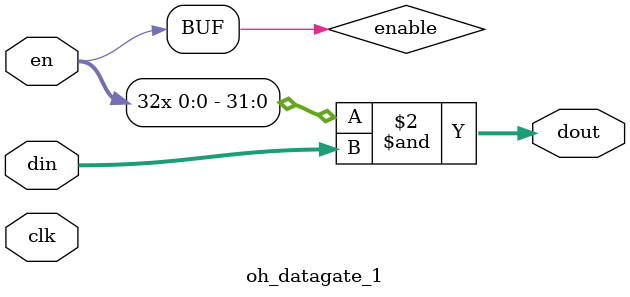
<source format=v>
module oh_datagate_1 #(parameter DW   = 32, 
		     parameter PS   = 3   
		     )
   ( 
     input 	     clk, 
     input 	     en,  
     input [DW-1:0]  din, 
     output [DW-1:0] dout 
     );
   reg [PS-1:0]    enable_pipe;   
   wire 	   enable;
   always @ (posedge clk)
     enable_pipe[PS-1:0] <= {enable_pipe[PS-2:0],en};
   assign enable = {enable_pipe[PS-1:0],en};
   assign dout[DW-1:0] =  {(DW){enable}} & din[DW-1:0];
endmodule
</source>
